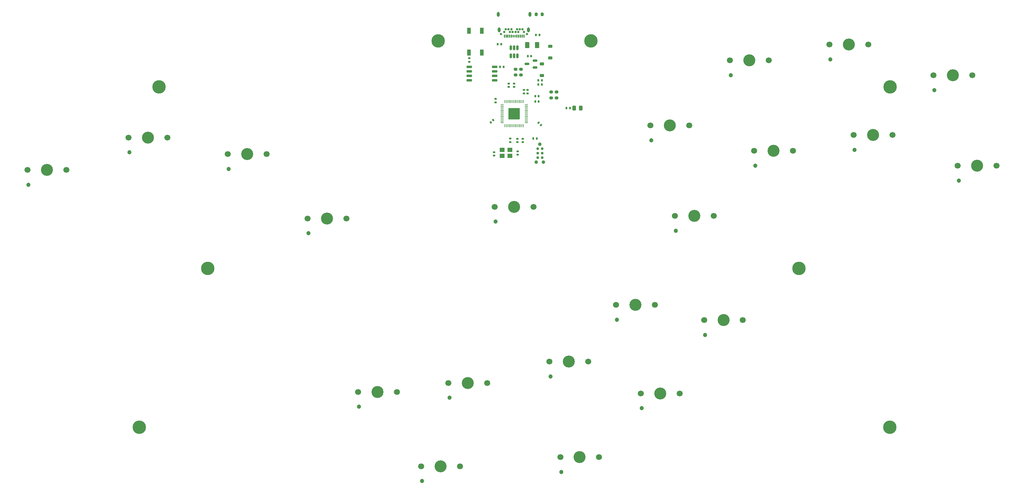
<source format=gts>
G04 #@! TF.GenerationSoftware,KiCad,Pcbnew,(7.0.0)*
G04 #@! TF.CreationDate,2023-07-02T10:59:24-07:00*
G04 #@! TF.ProjectId,OpenOblongChocs,4f70656e-4f62-46c6-9f6e-6743686f6373,rev?*
G04 #@! TF.SameCoordinates,Original*
G04 #@! TF.FileFunction,Soldermask,Top*
G04 #@! TF.FilePolarity,Negative*
%FSLAX46Y46*%
G04 Gerber Fmt 4.6, Leading zero omitted, Abs format (unit mm)*
G04 Created by KiCad (PCBNEW (7.0.0)) date 2023-07-02 10:59:24*
%MOMM*%
%LPD*%
G01*
G04 APERTURE LIST*
G04 Aperture macros list*
%AMRoundRect*
0 Rectangle with rounded corners*
0 $1 Rounding radius*
0 $2 $3 $4 $5 $6 $7 $8 $9 X,Y pos of 4 corners*
0 Add a 4 corners polygon primitive as box body*
4,1,4,$2,$3,$4,$5,$6,$7,$8,$9,$2,$3,0*
0 Add four circle primitives for the rounded corners*
1,1,$1+$1,$2,$3*
1,1,$1+$1,$4,$5*
1,1,$1+$1,$6,$7*
1,1,$1+$1,$8,$9*
0 Add four rect primitives between the rounded corners*
20,1,$1+$1,$2,$3,$4,$5,0*
20,1,$1+$1,$4,$5,$6,$7,0*
20,1,$1+$1,$6,$7,$8,$9,0*
20,1,$1+$1,$8,$9,$2,$3,0*%
G04 Aperture macros list end*
%ADD10C,3.800000*%
%ADD11R,1.100000X1.800000*%
%ADD12RoundRect,0.140000X0.170000X-0.140000X0.170000X0.140000X-0.170000X0.140000X-0.170000X-0.140000X0*%
%ADD13RoundRect,0.200000X-0.275000X0.200000X-0.275000X-0.200000X0.275000X-0.200000X0.275000X0.200000X0*%
%ADD14RoundRect,0.150000X0.512500X0.150000X-0.512500X0.150000X-0.512500X-0.150000X0.512500X-0.150000X0*%
%ADD15RoundRect,0.140000X0.140000X0.170000X-0.140000X0.170000X-0.140000X-0.170000X0.140000X-0.170000X0*%
%ADD16RoundRect,0.200000X0.275000X-0.200000X0.275000X0.200000X-0.275000X0.200000X-0.275000X-0.200000X0*%
%ADD17RoundRect,0.135000X-0.135000X-0.185000X0.135000X-0.185000X0.135000X0.185000X-0.135000X0.185000X0*%
%ADD18RoundRect,0.140000X-0.219203X-0.021213X-0.021213X-0.219203X0.219203X0.021213X0.021213X0.219203X0*%
%ADD19RoundRect,0.135000X0.135000X0.185000X-0.135000X0.185000X-0.135000X-0.185000X0.135000X-0.185000X0*%
%ADD20R,1.400000X1.200000*%
%ADD21RoundRect,0.140000X-0.021213X0.219203X-0.219203X0.021213X0.021213X-0.219203X0.219203X-0.021213X0*%
%ADD22RoundRect,0.250000X-0.375000X-0.625000X0.375000X-0.625000X0.375000X0.625000X-0.375000X0.625000X0*%
%ADD23RoundRect,0.225000X0.375000X-0.225000X0.375000X0.225000X-0.375000X0.225000X-0.375000X-0.225000X0*%
%ADD24RoundRect,0.200000X0.200000X0.275000X-0.200000X0.275000X-0.200000X-0.275000X0.200000X-0.275000X0*%
%ADD25RoundRect,0.140000X-0.140000X-0.170000X0.140000X-0.170000X0.140000X0.170000X-0.140000X0.170000X0*%
%ADD26RoundRect,0.243750X0.243750X0.456250X-0.243750X0.456250X-0.243750X-0.456250X0.243750X-0.456250X0*%
%ADD27RoundRect,0.135000X0.185000X-0.135000X0.185000X0.135000X-0.185000X0.135000X-0.185000X-0.135000X0*%
%ADD28RoundRect,0.140000X-0.170000X0.140000X-0.170000X-0.140000X0.170000X-0.140000X0.170000X0.140000X0*%
%ADD29RoundRect,0.135000X-0.185000X0.135000X-0.185000X-0.135000X0.185000X-0.135000X0.185000X0.135000X0*%
%ADD30C,0.990600*%
%ADD31C,0.787400*%
%ADD32RoundRect,0.050000X-0.387500X-0.050000X0.387500X-0.050000X0.387500X0.050000X-0.387500X0.050000X0*%
%ADD33RoundRect,0.050000X-0.050000X-0.387500X0.050000X-0.387500X0.050000X0.387500X-0.050000X0.387500X0*%
%ADD34RoundRect,0.144000X-1.456000X-1.456000X1.456000X-1.456000X1.456000X1.456000X-1.456000X1.456000X0*%
%ADD35RoundRect,0.150000X-0.150000X0.512500X-0.150000X-0.512500X0.150000X-0.512500X0.150000X0.512500X0*%
%ADD36C,0.650000*%
%ADD37R,0.300000X0.900000*%
%ADD38R,0.300000X0.700000*%
%ADD39O,0.800000X1.400000*%
%ADD40RoundRect,0.150000X-0.650000X-0.150000X0.650000X-0.150000X0.650000X0.150000X-0.650000X0.150000X0*%
%ADD41C,1.700000*%
%ADD42C,1.200000*%
%ADD43C,3.400000*%
G04 APERTURE END LIST*
D10*
X279275000Y-98760000D03*
X305060000Y-47313383D03*
D11*
X189459999Y-31399999D03*
X189459999Y-37599999D03*
X185759999Y-31399999D03*
X185759999Y-37599999D03*
D10*
X111765000Y-98760000D03*
D12*
X193344750Y-51676018D03*
X193344750Y-50716018D03*
D13*
X209030000Y-48780000D03*
X209030000Y-50430000D03*
D14*
X204490000Y-41770000D03*
X204490000Y-39870000D03*
X202215000Y-40820000D03*
D15*
X203380000Y-38580000D03*
X202420000Y-38580000D03*
D16*
X210570000Y-50425000D03*
X210570000Y-48775000D03*
D17*
X213350000Y-53360000D03*
X214370000Y-53360000D03*
D18*
X205546589Y-57476482D03*
X206225411Y-58155304D03*
D19*
X194940000Y-35230000D03*
X193920000Y-35230000D03*
D10*
X92395000Y-143800000D03*
D20*
X197393999Y-65189249D03*
X195193999Y-65189249D03*
X195193999Y-66889249D03*
X197393999Y-66889249D03*
D21*
X192668161Y-56698607D03*
X191989339Y-57377429D03*
D12*
X199567750Y-66535018D03*
X199567750Y-65575018D03*
D22*
X202310000Y-35460000D03*
X205110000Y-35460000D03*
D23*
X208830000Y-39130000D03*
X208830000Y-35830000D03*
D24*
X206520000Y-26720000D03*
X204870000Y-26720000D03*
D15*
X206400000Y-45425000D03*
X205440000Y-45425000D03*
D25*
X205440000Y-46625000D03*
X206400000Y-46625000D03*
D26*
X217425000Y-53350000D03*
X215550000Y-53350000D03*
D12*
X201345750Y-49136018D03*
X201345750Y-48176018D03*
D27*
X197437000Y-62993250D03*
X197437000Y-61973250D03*
D28*
X200993000Y-62003250D03*
X200993000Y-62963250D03*
D25*
X204577000Y-49910250D03*
X205537000Y-49910250D03*
D12*
X202361750Y-49136018D03*
X202361750Y-48176018D03*
D25*
X194620000Y-41640000D03*
X195580000Y-41640000D03*
D28*
X192865000Y-65829018D03*
X192865000Y-66789018D03*
D13*
X200540000Y-42315000D03*
X200540000Y-43965000D03*
D29*
X185850000Y-39210000D03*
X185850000Y-40230000D03*
D10*
X98000000Y-47313383D03*
D13*
X199010000Y-42315000D03*
X199010000Y-43965000D03*
D12*
X198580000Y-47342250D03*
X198580000Y-46382250D03*
D30*
X205850000Y-63580000D03*
X206866000Y-68660000D03*
X204834000Y-68660000D03*
D31*
X205215000Y-64850000D03*
X206485000Y-64850000D03*
X205215000Y-66120000D03*
X206485000Y-66120000D03*
X205215000Y-67390000D03*
X206485000Y-67390000D03*
D23*
X206450000Y-44060000D03*
X206450000Y-40760000D03*
D10*
X304995000Y-143800000D03*
D28*
X199469000Y-62003250D03*
X199469000Y-62963250D03*
D32*
X195142500Y-52295000D03*
X195142500Y-52695000D03*
X195142500Y-53095000D03*
X195142500Y-53495000D03*
X195142500Y-53895000D03*
X195142500Y-54295000D03*
X195142500Y-54695000D03*
X195142500Y-55095000D03*
X195142500Y-55495000D03*
X195142500Y-55895000D03*
X195142500Y-56295000D03*
X195142500Y-56695000D03*
X195142500Y-57095000D03*
X195142500Y-57495000D03*
D33*
X195980000Y-58332500D03*
X196380000Y-58332500D03*
X196780000Y-58332500D03*
X197180000Y-58332500D03*
X197580000Y-58332500D03*
X197980000Y-58332500D03*
X198380000Y-58332500D03*
X198780000Y-58332500D03*
X199180000Y-58332500D03*
X199580000Y-58332500D03*
X199980000Y-58332500D03*
X200380000Y-58332500D03*
X200780000Y-58332500D03*
X201180000Y-58332500D03*
D32*
X202017500Y-57495000D03*
X202017500Y-57095000D03*
X202017500Y-56695000D03*
X202017500Y-56295000D03*
X202017500Y-55895000D03*
X202017500Y-55495000D03*
X202017500Y-55095000D03*
X202017500Y-54695000D03*
X202017500Y-54295000D03*
X202017500Y-53895000D03*
X202017500Y-53495000D03*
X202017500Y-53095000D03*
X202017500Y-52695000D03*
X202017500Y-52295000D03*
D33*
X201180000Y-51457500D03*
X200780000Y-51457500D03*
X200380000Y-51457500D03*
X199980000Y-51457500D03*
X199580000Y-51457500D03*
X199180000Y-51457500D03*
X198780000Y-51457500D03*
X198380000Y-51457500D03*
X197980000Y-51457500D03*
X197580000Y-51457500D03*
X197180000Y-51457500D03*
X196780000Y-51457500D03*
X196380000Y-51457500D03*
X195980000Y-51457500D03*
D34*
X198580000Y-54895000D03*
D12*
X197056000Y-47342250D03*
X197056000Y-46382250D03*
D10*
X220290000Y-34240000D03*
X177100000Y-34240000D03*
D19*
X205010000Y-61930000D03*
X203990000Y-61930000D03*
D35*
X199530000Y-36212500D03*
X198580000Y-36212500D03*
X197630000Y-36212500D03*
X197630000Y-38487500D03*
X198580000Y-38487500D03*
X199530000Y-38487500D03*
D25*
X204577000Y-51434250D03*
X205537000Y-51434250D03*
D17*
X204750000Y-32570000D03*
X205770000Y-32570000D03*
D36*
X202178500Y-32360000D03*
X194828500Y-32360000D03*
D37*
X201328499Y-32919999D03*
X200828499Y-32919999D03*
X200328499Y-32919999D03*
X199828499Y-32919999D03*
X199328499Y-32919999D03*
D38*
X198828499Y-32919999D03*
X198328499Y-32919999D03*
D37*
X197828499Y-32919999D03*
X197328499Y-32919999D03*
X196828499Y-32919999D03*
X196328499Y-32919999D03*
X195828499Y-32919999D03*
D36*
X195778500Y-31710000D03*
X196178500Y-31010000D03*
X196978500Y-31010000D03*
X197378500Y-31710000D03*
X197778500Y-31010000D03*
X198178500Y-31710000D03*
X198978500Y-31710000D03*
X199378500Y-31010000D03*
X199778500Y-31710000D03*
X200178500Y-31010000D03*
X200978500Y-31010000D03*
X201378500Y-31710000D03*
D39*
X203068499Y-26719999D03*
X202633499Y-31109999D03*
X194373499Y-31109999D03*
X194088499Y-26719999D03*
D40*
X185850000Y-41645000D03*
X185850000Y-42915000D03*
X185850000Y-44185000D03*
X185850000Y-45455000D03*
X193050000Y-45455000D03*
X193050000Y-44185000D03*
X193050000Y-42915000D03*
X193050000Y-41645000D03*
D41*
X60695977Y-70872122D03*
D42*
X60975977Y-75072122D03*
D43*
X66195977Y-70872122D03*
D41*
X71695977Y-70872122D03*
X237187232Y-58225127D03*
D42*
X237467232Y-62425127D03*
D43*
X242687232Y-58225127D03*
D41*
X248187232Y-58225127D03*
X244082967Y-83893373D03*
D42*
X244362967Y-88093373D03*
D43*
X249582967Y-83893373D03*
D41*
X255082967Y-83893373D03*
X193078500Y-81326866D03*
D42*
X193358500Y-85526866D03*
D43*
X198578500Y-81326866D03*
D41*
X204078500Y-81326866D03*
X208576182Y-125213438D03*
D42*
X208856182Y-129413438D03*
D43*
X214076182Y-125213438D03*
D41*
X219576182Y-125213438D03*
X89334109Y-61667579D03*
D42*
X89614109Y-65867579D03*
D43*
X94834109Y-61667579D03*
D41*
X100334109Y-61667579D03*
X252375123Y-113477547D03*
D42*
X252655123Y-117677547D03*
D43*
X257875123Y-113477547D03*
D41*
X263375123Y-113477547D03*
X140051535Y-84613063D03*
D42*
X140331535Y-88813063D03*
D43*
X145551535Y-84613063D03*
D41*
X151051535Y-84613063D03*
X259696859Y-39774517D03*
D42*
X259976859Y-43974517D03*
D43*
X265196859Y-39774517D03*
D41*
X270696859Y-39774517D03*
X117429442Y-66373538D03*
D42*
X117709442Y-70573538D03*
D43*
X122929442Y-66373538D03*
D41*
X128429442Y-66373538D03*
X211647454Y-152335835D03*
D42*
X211927454Y-156535835D03*
D43*
X217147454Y-152335835D03*
D41*
X222647454Y-152335835D03*
X172211303Y-154907386D03*
D42*
X172491303Y-159107386D03*
D43*
X177711303Y-154907386D03*
D41*
X183211303Y-154907386D03*
X154377695Y-133803616D03*
D42*
X154657695Y-138003616D03*
D43*
X159877695Y-133803616D03*
D41*
X165377695Y-133803616D03*
X294751667Y-60978545D03*
D42*
X295031667Y-65178545D03*
D43*
X300251667Y-60978545D03*
D41*
X305751667Y-60978545D03*
X317335568Y-44011907D03*
D42*
X317615568Y-48211907D03*
D43*
X322835568Y-44011907D03*
D41*
X328335568Y-44011907D03*
X234479837Y-134231357D03*
D42*
X234759837Y-138431357D03*
D43*
X239979837Y-134231357D03*
D41*
X245479837Y-134231357D03*
X266592853Y-65443729D03*
D42*
X266872853Y-69643729D03*
D43*
X272092853Y-65443729D03*
D41*
X277592853Y-65443729D03*
X324231562Y-69681119D03*
D42*
X324511562Y-73881119D03*
D43*
X329731562Y-69681119D03*
D41*
X335231562Y-69681119D03*
X287855673Y-35309333D03*
D42*
X288135673Y-39509333D03*
D43*
X293355673Y-35309333D03*
D41*
X298855673Y-35309333D03*
X179978651Y-131264304D03*
D42*
X180258651Y-135464304D03*
D43*
X185478651Y-131264304D03*
D41*
X190978651Y-131264304D03*
X227408565Y-109108960D03*
D42*
X227688565Y-113308960D03*
D43*
X232908565Y-109108960D03*
D41*
X238408565Y-109108960D03*
M02*

</source>
